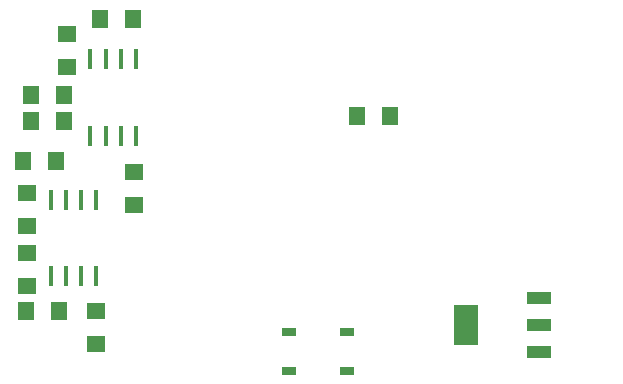
<source format=gbr>
G04 DipTrace 2.4.0.2*
%INBottomPaste.gbr*%
%MOIN*%
%ADD60R,0.051X0.0274*%
%ADD70R,0.0156X0.0707*%
%ADD76R,0.0038X0.0471*%
%ADD82R,0.0628X0.055*%
%ADD84R,0.055X0.0628*%
%ADD90R,0.0786X0.1337*%
%ADD92R,0.08X0.04*%
%FSLAX44Y44*%
G04*
G70*
G90*
G75*
G01*
%LNBotPaste*%
%LPD*%
D92*
X22254Y7441D3*
Y6535D3*
Y5630D3*
D90*
X19817Y6535D3*
D84*
X17289Y13505D3*
X16186D3*
X6440Y13315D3*
X5338D3*
X6252Y7004D3*
X5150D3*
D82*
X5190Y8941D3*
Y7839D3*
D84*
X6440Y14190D3*
X5338D3*
D82*
X7503Y5878D3*
Y6980D3*
X8764Y10514D3*
Y11616D3*
D84*
X7639Y16741D3*
X8741D3*
X5065Y12004D3*
X6167D3*
D76*
X24553Y12941D3*
X24297D3*
X24042D3*
X23786D3*
X23530D3*
X23274D3*
X23018D3*
X22762D3*
X22506D3*
X22250D3*
X21994D3*
X21738D3*
X21482D3*
X21227D3*
Y16012D3*
X21482D3*
X21738D3*
X21994D3*
X22250D3*
X22506D3*
X22762D3*
X23018D3*
X23274D3*
X23530D3*
X23786D3*
X24042D3*
X24297D3*
X24553D3*
D70*
X5997Y10701D3*
X6500D3*
X7004D3*
X7508D3*
Y8142D3*
X7004D3*
X6500D3*
X5997D3*
X7309Y15388D3*
X7813D3*
X8317D3*
X8821D3*
Y12829D3*
X8317D3*
X7813D3*
X7309D3*
D82*
X6514Y15139D3*
Y16241D3*
X5190Y9816D3*
Y10919D3*
D60*
X13931Y5000D3*
Y6299D3*
X15860D3*
Y5000D3*
M02*

</source>
